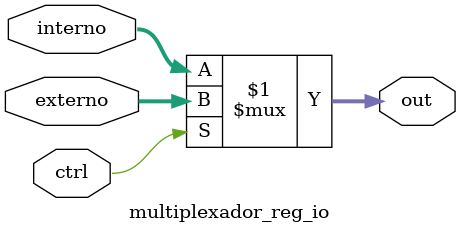
<source format=v>
module multiplexador_reg_io(externo, interno, ctrl, out);
	// Entradas
	input [31:0] interno; // Dado vindo da ULA ou memoria
	input [31:0] externo; // Dado vindo de I/O
	input ctrl;
	
	// Saida
	output [31:0] out;
	
	assign out = ctrl ? externo : interno;
endmodule

</source>
